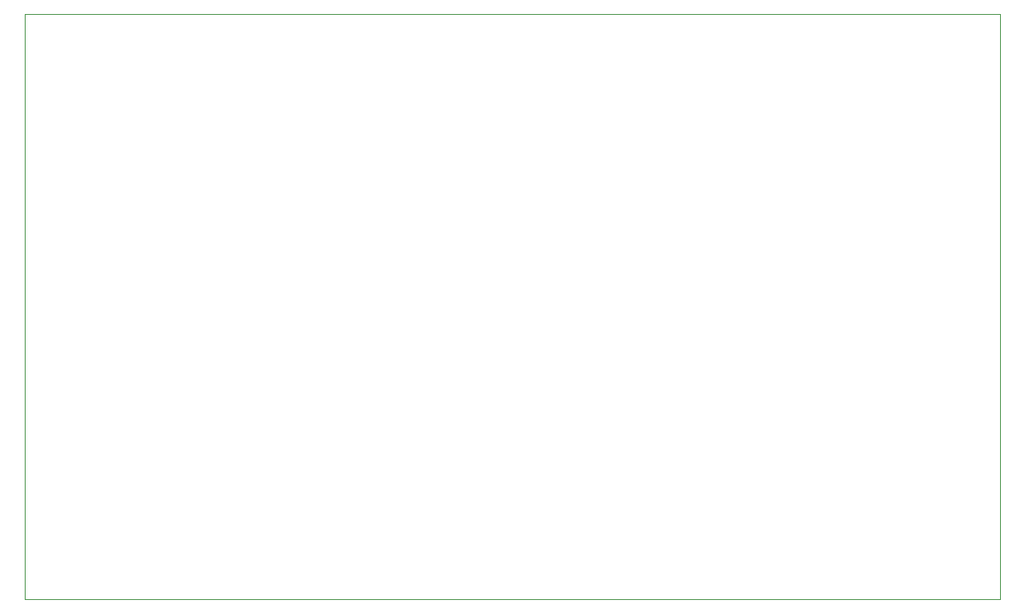
<source format=gbr>
G04 #@! TF.GenerationSoftware,KiCad,Pcbnew,5.1.10-88a1d61d58~90~ubuntu20.04.1*
G04 #@! TF.CreationDate,2021-10-05T00:38:42+01:00*
G04 #@! TF.ProjectId,lipo-discharge-protection-board,6c69706f-2d64-4697-9363-68617267652d,1*
G04 #@! TF.SameCoordinates,Original*
G04 #@! TF.FileFunction,Profile,NP*
%FSLAX46Y46*%
G04 Gerber Fmt 4.6, Leading zero omitted, Abs format (unit mm)*
G04 Created by KiCad (PCBNEW 5.1.10-88a1d61d58~90~ubuntu20.04.1) date 2021-10-05 00:38:42*
%MOMM*%
%LPD*%
G01*
G04 APERTURE LIST*
G04 #@! TA.AperFunction,Profile*
%ADD10C,0.038100*%
G04 #@! TD*
G04 APERTURE END LIST*
D10*
X0Y-40000000D02*
X0Y-100000000D01*
X100000000Y-40000000D02*
X0Y-40000000D01*
X100000000Y-45000000D02*
X100000000Y-40000000D01*
X100000000Y-100000000D02*
X100000000Y-45000000D01*
X100000000Y-100000000D02*
X0Y-100000000D01*
M02*

</source>
